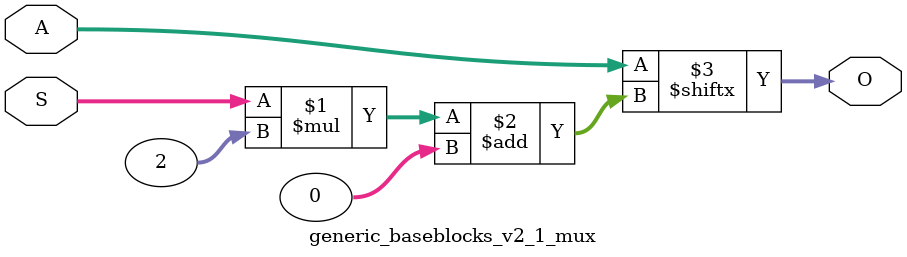
<source format=v>
`timescale 1ps/1ps


(* DowngradeIPIdentifiedWarnings="yes" *) 
module generic_baseblocks_v2_1_mux #
  (
   parameter         C_FAMILY                         = "rtl",
                       // FPGA Family. Current version: virtex6 or spartan6.
   parameter integer C_SEL_WIDTH                      = 4,
                       // Data width for comparator.
   parameter integer C_DATA_WIDTH                     = 2
                       // Data width for comparator.
   )
  (
   input  wire [C_SEL_WIDTH-1:0]                    S,
   input  wire [(2**C_SEL_WIDTH)*C_DATA_WIDTH-1:0]  A,
   output wire [C_DATA_WIDTH-1:0]                   O
   );
  
  
  /////////////////////////////////////////////////////////////////////////////
  // Variables for generating parameter controlled instances.
  /////////////////////////////////////////////////////////////////////////////
  
  // Generate variable for bit vector.
  genvar bit_cnt;
  
  
  /////////////////////////////////////////////////////////////////////////////
  // Local params
  /////////////////////////////////////////////////////////////////////////////
  
  
  /////////////////////////////////////////////////////////////////////////////
  // Functions
  /////////////////////////////////////////////////////////////////////////////
  
  
  /////////////////////////////////////////////////////////////////////////////
  // Internal signals
  /////////////////////////////////////////////////////////////////////////////
  
  
  /////////////////////////////////////////////////////////////////////////////
  // Instantiate or use RTL code
  /////////////////////////////////////////////////////////////////////////////
  
  generate
    if ( C_FAMILY == "rtl" || C_SEL_WIDTH < 3 ) begin : USE_RTL
      assign O = A[(S)*C_DATA_WIDTH +: C_DATA_WIDTH];
      
    end else begin : USE_FPGA
      
      wire [C_DATA_WIDTH-1:0] C;
      wire [C_DATA_WIDTH-1:0] D;
      
      // Lower half recursively.
      generic_baseblocks_v2_1_mux # 
      (
       .C_FAMILY      (C_FAMILY),
       .C_SEL_WIDTH   (C_SEL_WIDTH-1),
       .C_DATA_WIDTH  (C_DATA_WIDTH)
      ) mux_c_inst 
      (
       .S   (S[C_SEL_WIDTH-2:0]),
       .A   (A[(2**(C_SEL_WIDTH-1))*C_DATA_WIDTH-1 : 0]),
       .O   (C)
      ); 
      
      // Upper half recursively.
      generic_baseblocks_v2_1_mux # 
      (
       .C_FAMILY      (C_FAMILY),
       .C_SEL_WIDTH   (C_SEL_WIDTH-1),
       .C_DATA_WIDTH  (C_DATA_WIDTH)
      ) mux_d_inst 
      (
       .S   (S[C_SEL_WIDTH-2:0]),
       .A   (A[(2**C_SEL_WIDTH)*C_DATA_WIDTH-1 : (2**(C_SEL_WIDTH-1))*C_DATA_WIDTH]),
       .O   (D)
      ); 
      
      // Generate instantiated generic_baseblocks_v2_1_mux components as required.
      for (bit_cnt = 0; bit_cnt < C_DATA_WIDTH ; bit_cnt = bit_cnt + 1) begin : NUM
        if ( C_SEL_WIDTH == 4 ) begin : USE_F8
        
          MUXF8 muxf8_inst 
          (
           .I0  (C[bit_cnt]),
           .I1  (D[bit_cnt]),
           .S   (S[C_SEL_WIDTH-1]),
           .O   (O[bit_cnt])
          ); 
          
        end else if ( C_SEL_WIDTH == 3 ) begin : USE_F7
      
          MUXF7 muxf7_inst 
          (
           .I0  (C[bit_cnt]),
           .I1  (D[bit_cnt]),
           .S   (S[C_SEL_WIDTH-1]),
           .O   (O[bit_cnt])
          ); 
          
        end // C_SEL_WIDTH
      end // end for bit_cnt
    
    end
  endgenerate
  
  
endmodule

</source>
